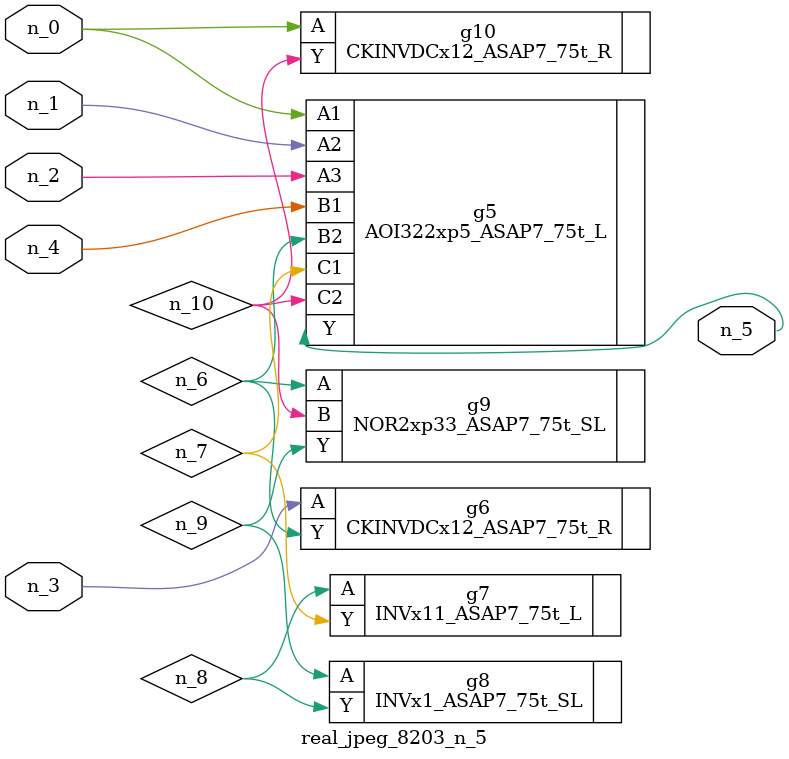
<source format=v>
module real_jpeg_8203_n_5 (n_4, n_0, n_1, n_2, n_3, n_5);

input n_4;
input n_0;
input n_1;
input n_2;
input n_3;

output n_5;

wire n_8;
wire n_6;
wire n_7;
wire n_10;
wire n_9;

AOI322xp5_ASAP7_75t_L g5 ( 
.A1(n_0),
.A2(n_1),
.A3(n_2),
.B1(n_4),
.B2(n_6),
.C1(n_7),
.C2(n_10),
.Y(n_5)
);

CKINVDCx12_ASAP7_75t_R g10 ( 
.A(n_0),
.Y(n_10)
);

CKINVDCx12_ASAP7_75t_R g6 ( 
.A(n_3),
.Y(n_6)
);

NOR2xp33_ASAP7_75t_SL g9 ( 
.A(n_6),
.B(n_10),
.Y(n_9)
);

INVx11_ASAP7_75t_L g7 ( 
.A(n_8),
.Y(n_7)
);

INVx1_ASAP7_75t_SL g8 ( 
.A(n_9),
.Y(n_8)
);


endmodule
</source>
